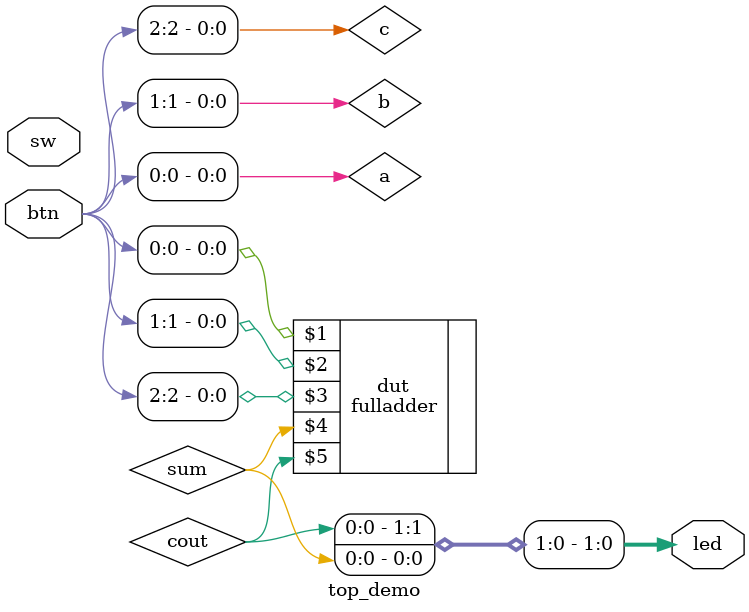
<source format=sv>
`timescale 1ns / 1ps


module top_demo
(
  input  logic [3:0] sw,
  input  logic [3:0] btn,
  output logic [7:0] led
);
logic a,b,c,sum, cout;
  //Instantiation for fulladder from the SV file

  
  fulladder dut(a, b, c, sum, cout);
    assign a=btn[0];
  //Assigns a to 0th button
    assign b=btn[1];
  //Assigns b to 1st button
    assign c=btn[2];
  //Assigns c to 2nd button
    assign sum=led[0];
  //Assigns "Sum" output to 0th LED
    assign cout=led[1];
  //Assigns "cout" output to first LED
endmodule


</source>
